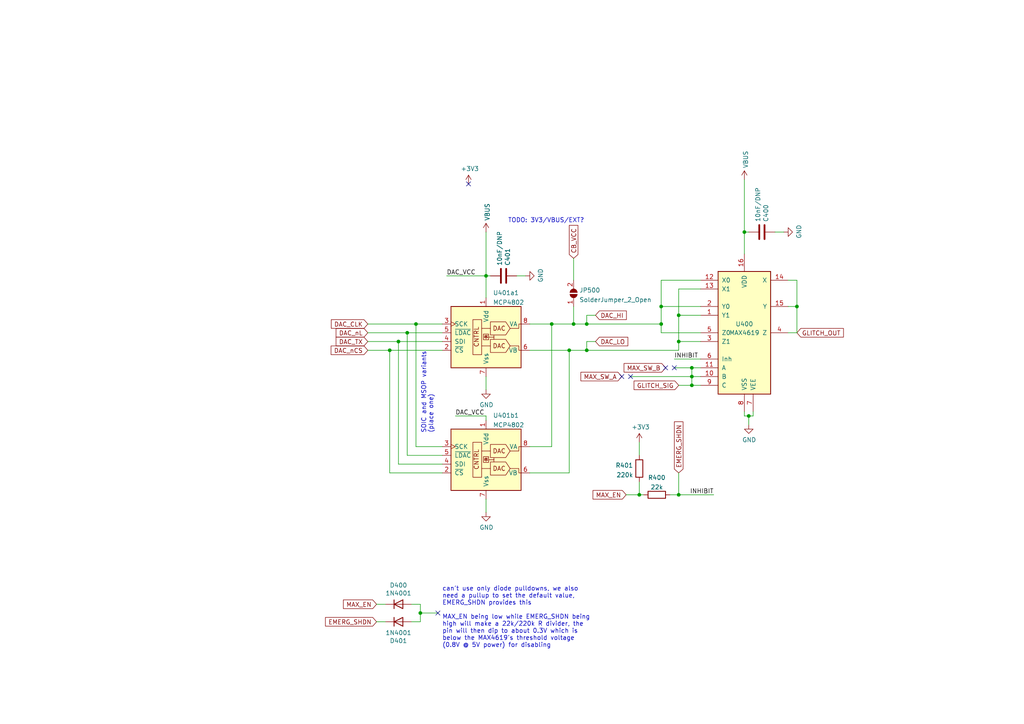
<source format=kicad_sch>
(kicad_sch (version 20211123) (generator eeschema)
  (paper "A4")
  (lib_symbols
    (symbol "4xxx:4053" (pin_names (offset 1.016))
      (property "Reference" "U" (at -7.62 19.05 0))
      (property "Value" "4053" (at -7.62 -19.05 0))
      (symbol "4053_1_0"
        (pin passive line (at -12.7 5.08 0) (length 5.08) (name "Y1") (number "1"))
        (pin input line (at -12.7 -12.7 0) (length 5.08) (name "B") (number "10"))
        (pin input line (at -12.7 -10.16 0) (length 5.08) (name "A") (number "11"))
        (pin passive line (at -12.7 15.24 0) (length 5.08) (name "X0") (number "12"))
        (pin passive line (at -12.7 12.7 0) (length 5.08) (name "X1") (number "13"))
        (pin passive line (at 12.7 15.24 180) (length 5.08) (name "X") (number "14"))
        (pin passive line (at 12.7 7.62 180) (length 5.08) (name "Y") (number "15"))
        (pin power_in line (at 0 22.86 270) (length 5.08) (name "VDD") (number "16"))
        (pin passive line (at -12.7 7.62 0) (length 5.08) (name "Y0") (number "2"))
        (pin passive line (at -12.7 -2.54 0) (length 5.08) (name "Z1") (number "3"))
        (pin passive line (at 12.7 0 180) (length 5.08) (name "Z") (number "4"))
        (pin passive line (at -12.7 0 0) (length 5.08) (name "Z0") (number "5"))
        (pin input line (at -12.7 -7.62 0) (length 5.08) (name "Inh") (number "6"))
        (pin power_in line (at 2.54 -22.86 90) (length 5.08) (name "VEE") (number "7"))
        (pin power_in line (at 0 -22.86 90) (length 5.08) (name "VSS") (number "8"))
        (pin input line (at -12.7 -15.24 0) (length 5.08) (name "C") (number "9"))
      )
      (symbol "4053_1_1"
        (rectangle (start -7.62 17.78) (end 7.62 -17.78) (stroke (width 0.254)) (fill (type background)))
      )
    )
    (symbol "Analog_DAC:MCP4802" (pin_names (offset 1.016))
      (property "Reference" "U" (at -2.54 10.795 0))
      (property "Value" "MCP4802" (at -2.54 8.89 0))
      (symbol "MCP4802_0_0"
        (polyline (pts (xy 0 -1.778) (xy 0 -0.635)))
        (polyline (pts (xy 0.381 -0.889) (xy 0.508 -0.762)))
        (polyline (pts (xy 2.286 -1.143) (xy 2.286 -1.905)))
        (polyline (pts (xy 0.381 -0.889) (xy -0.381 -0.889) (xy -0.508 -1.016)))
        (polyline (pts (xy 0.762 -1.27) (xy 2.286 -1.27) (xy 2.286 -0.762)))
        (polyline (pts (xy 0 -0.889) (xy 0.508 -1.397) (xy -0.508 -1.397) (xy 0 -0.889)))
        (polyline (pts (xy 6.985 -3.81) (xy 9.525 -3.81) (xy 9.525 -5.08) (xy 10.16 -5.08)))
        (polyline (pts (xy 6.985 1.27) (xy 9.525 1.27) (xy 9.525 2.54) (xy 10.16 2.54)))
        (rectangle (start 0.762 -0.381) (end -0.762 -2.032))
        (text "CNTRL" (at -2.032 -4.191 900) (effects (font (size 1.27 1.27)) (justify left bottom)))
        (text "DAC" (at 3.81 -3.81 0) (effects (font (size 1.27 1.27))))
        (text "DAC" (at 3.81 1.27 0) (effects (font (size 1.27 1.27))))
      )
      (symbol "MCP4802_0_1"
        (rectangle (start -10.16 7.62) (end 10.16 -10.16) (stroke (width 0.254)) (fill (type background)))
        (rectangle (start -1.27 -6.35) (end -3.81 3.81))
        (polyline (pts (xy 1.27 -3.81) (xy -1.27 -3.81)))
        (polyline (pts (xy 1.27 1.27) (xy -1.27 1.27)))
        (polyline (pts (xy 6.985 -3.81) (xy 5.715 -1.905) (xy 1.27 -1.905) (xy 1.27 -5.715) (xy 5.715 -5.715) (xy 6.985 -3.81)))
        (polyline (pts (xy 6.985 1.27) (xy 5.715 3.175) (xy 1.27 3.175) (xy 1.27 -0.635) (xy 5.715 -0.635) (xy 6.985 1.27)))
      )
      (symbol "MCP4802_1_1"
        (pin power_in line (at 0 10.16 270) (length 2.54) (name "Vdd") (number "1"))
        (pin input line (at -12.7 -5.08 0) (length 2.54) (name "~{CS}") (number "2"))
        (pin input clock (at -12.7 2.54 0) (length 2.54) (name "SCK") (number "3"))
        (pin input line (at -12.7 -2.54 0) (length 2.54) (name "SDI") (number "4"))
        (pin input line (at -12.7 0 0) (length 2.54) (name "~{LDAC}") (number "5"))
        (pin output line (at 12.7 -5.08 180) (length 2.54) (name "VB") (number "6"))
        (pin power_in line (at 0 -12.7 90) (length 2.54) (name "Vss") (number "7"))
        (pin output line (at 12.7 2.54 180) (length 2.54) (name "VA") (number "8"))
      )
    )
    (symbol "Device:C" (pin_numbers hide) (pin_names (offset 0.254))
      (property "Reference" "C" (at 0.635 2.54 0))
      (property "Value" "C" (at 0.635 -2.54 0))
      (symbol "C_0_1"
        (polyline (pts (xy -2.032 -0.762) (xy 2.032 -0.762)) (stroke (width 0.508)))
        (polyline (pts (xy -2.032 0.762) (xy 2.032 0.762)) (stroke (width 0.508)))
      )
      (symbol "C_1_1"
        (pin passive line (at 0 3.81 270) (length 2.794) (name "~") (number "1"))
        (pin passive line (at 0 -3.81 90) (length 2.794) (name "~") (number "2"))
      )
    )
    (symbol "Device:D" (pin_numbers hide) (pin_names (offset 1.016) hide)
      (property "Reference" "D" (at 0 2.54 0))
      (property "Value" "D" (at 0 -2.54 0))
      (symbol "D_0_1"
        (polyline (pts (xy -1.27 1.27) (xy -1.27 -1.27)) (stroke (width 0.254)))
        (polyline (pts (xy 1.27 0) (xy -1.27 0)))
        (polyline (pts (xy 1.27 1.27) (xy 1.27 -1.27) (xy -1.27 0) (xy 1.27 1.27)) (stroke (width 0.254)))
      )
      (symbol "D_1_1"
        (pin passive line (at -3.81 0 0) (length 2.54) (name "K") (number "1"))
        (pin passive line (at 3.81 0 180) (length 2.54) (name "A") (number "2"))
      )
    )
    (symbol "Device:R" (pin_numbers hide) (pin_names (offset 0))
      (property "Reference" "R" (at 2.032 0 90))
      (property "Value" "R" (at 0 0 90))
      (symbol "R_0_1"
        (rectangle (start -1.016 -2.54) (end 1.016 2.54) (stroke (width 0.254)))
      )
      (symbol "R_1_1"
        (pin passive line (at 0 3.81 270) (length 1.27) (name "~") (number "1"))
        (pin passive line (at 0 -3.81 90) (length 1.27) (name "~") (number "2"))
      )
    )
    (symbol "Jumper:SolderJumper_2_Open" (pin_names (offset 0) hide)
      (property "Reference" "JP" (at 0 2.032 0))
      (property "Value" "SolderJumper_2_Open" (at 0 -2.54 0))
      (symbol "SolderJumper_2_Open_0_1"
        (arc (start -0.254 1.016) (mid -1.27 0) (end -0.254 -1.016))
        (arc (start -0.254 1.016) (mid -1.27 0) (end -0.254 -1.016) (fill (type outline)))
        (polyline (pts (xy -0.254 1.016) (xy -0.254 -1.016)))
        (polyline (pts (xy 0.254 1.016) (xy 0.254 -1.016)))
        (arc (start 0.254 -1.016) (mid 1.27 0) (end 0.254 1.016))
        (arc (start 0.254 -1.016) (mid 1.27 0) (end 0.254 1.016) (fill (type outline)))
      )
      (symbol "SolderJumper_2_Open_1_1"
        (pin passive line (at -3.81 0 0) (length 2.54) (name "A") (number "1"))
        (pin passive line (at 3.81 0 180) (length 2.54) (name "B") (number "2"))
      )
    )
    (symbol "power:+3V3" (power) (pin_names (offset 0))
      (property "Value" "+3V3" (at 0 3.556 0))
      (symbol "+3V3_0_1"
        (polyline (pts (xy -0.762 1.27) (xy 0 2.54)))
        (polyline (pts (xy 0 0) (xy 0 2.54)))
        (polyline (pts (xy 0 2.54) (xy 0.762 1.27)))
      )
      (symbol "+3V3_1_1"
        (pin power_in line (at 0 0 90) (length 0) hide (name "+3V3") (number "1"))
      )
    )
    (symbol "power:GND" (power) (pin_names (offset 0))
      (property "Value" "GND" (at 0 -3.81 0))
      (symbol "GND_0_1"
        (polyline (pts (xy 0 0) (xy 0 -1.27) (xy 1.27 -1.27) (xy 0 -2.54) (xy -1.27 -1.27) (xy 0 -1.27)))
      )
      (symbol "GND_1_1"
        (pin power_in line (at 0 0 270) (length 0) hide (name "GND") (number "1"))
      )
    )
    (symbol "power:VBUS" (power) (pin_names (offset 0))
      (property "Value" "VBUS" (at 0 3.81 0))
      (symbol "VBUS_0_1"
        (polyline (pts (xy -0.762 1.27) (xy 0 2.54)))
        (polyline (pts (xy 0 0) (xy 0 2.54)))
        (polyline (pts (xy 0 2.54) (xy 0.762 1.27)))
      )
      (symbol "VBUS_1_1"
        (pin power_in line (at 0 0 90) (length 0) hide (name "VBUS") (number "1"))
      )
    )
  )
  (junction (at 215.9 67.31))
  (junction (at 166.37 93.98))
  (junction (at 200.66 111.76))
  (junction (at 231.14 88.9))
  (junction (at 170.18 101.6))
  (junction (at 200.66 106.68))
  (junction (at 121.92 177.8))
  (junction (at 196.85 143.51))
  (junction (at 120.65 93.98))
  (junction (at 170.18 93.98))
  (junction (at 113.03 101.6))
  (junction (at 185.42 143.51))
  (junction (at 217.17 120.65))
  (junction (at 115.57 99.06))
  (junction (at 196.85 91.44))
  (junction (at 191.77 93.98))
  (junction (at 165.1 101.6))
  (junction (at 118.11 96.52))
  (junction (at 191.77 88.9))
  (junction (at 140.97 80.01))
  (junction (at 160.02 93.98))
  (junction (at 196.85 99.06))
  (junction (at 200.66 109.22))
  (no_connect (at 180.34 109.22))
  (no_connect (at 182.88 109.22))
  (no_connect (at 193.04 106.68))
  (no_connect (at 195.58 106.68))
  (no_connect (at 135.89 53.34))
  (no_connect (at 127 177.8))
  (wire (pts (xy 191.77 93.98) (xy 191.77 88.9)))
  (wire (pts (xy 120.65 93.98) (xy 128.27 93.98)))
  (wire (pts (xy 170.18 91.44) (xy 172.72 91.44)))
  (wire (pts (xy 160.02 93.98) (xy 160.02 129.54)))
  (wire (pts (xy 106.68 99.06) (xy 115.57 99.06)))
  (wire (pts (xy 128.27 134.62) (xy 115.57 134.62)))
  (wire (pts (xy 111.76 175.26) (xy 109.22 175.26)))
  (wire (pts (xy 218.44 120.65) (xy 218.44 119.38)))
  (wire (pts (xy 200.66 106.68) (xy 200.66 109.22)))
  (wire (pts (xy 153.67 101.6) (xy 165.1 101.6)))
  (wire (pts (xy 170.18 91.44) (xy 170.18 93.98)))
  (wire (pts (xy 140.97 109.22) (xy 140.97 113.03)))
  (wire (pts (xy 196.85 99.06) (xy 203.2 99.06)))
  (wire (pts (xy 166.37 88.9) (xy 166.37 93.98)))
  (wire (pts (xy 115.57 99.06) (xy 115.57 134.62)))
  (wire (pts (xy 119.38 180.34) (xy 121.92 180.34)))
  (wire (pts (xy 200.66 109.22) (xy 200.66 111.76)))
  (wire (pts (xy 231.14 81.28) (xy 228.6 81.28)))
  (wire (pts (xy 172.72 99.06) (xy 170.18 99.06)))
  (wire (pts (xy 200.66 111.76) (xy 203.2 111.76)))
  (wire (pts (xy 181.61 143.51) (xy 185.42 143.51)))
  (wire (pts (xy 194.31 143.51) (xy 196.85 143.51)))
  (wire (pts (xy 196.85 143.51) (xy 207.01 143.51)))
  (wire (pts (xy 191.77 93.98) (xy 191.77 96.52)))
  (wire (pts (xy 217.17 120.65) (xy 218.44 120.65)))
  (wire (pts (xy 215.9 67.31) (xy 217.17 67.31)))
  (wire (pts (xy 160.02 93.98) (xy 166.37 93.98)))
  (wire (pts (xy 195.58 104.14) (xy 203.2 104.14)))
  (wire (pts (xy 191.77 96.52) (xy 203.2 96.52)))
  (wire (pts (xy 165.1 101.6) (xy 165.1 137.16)))
  (wire (pts (xy 121.92 177.8) (xy 127 177.8)))
  (wire (pts (xy 196.85 91.44) (xy 196.85 83.82)))
  (wire (pts (xy 224.79 67.31) (xy 227.33 67.31)))
  (wire (pts (xy 113.03 137.16) (xy 128.27 137.16)))
  (wire (pts (xy 182.88 109.22) (xy 200.66 109.22)))
  (wire (pts (xy 149.86 80.01) (xy 152.4 80.01)))
  (wire (pts (xy 153.67 137.16) (xy 165.1 137.16)))
  (wire (pts (xy 196.85 99.06) (xy 196.85 91.44)))
  (wire (pts (xy 132.08 120.65) (xy 140.97 120.65)))
  (wire (pts (xy 128.27 101.6) (xy 113.03 101.6)))
  (wire (pts (xy 106.68 93.98) (xy 120.65 93.98)))
  (wire (pts (xy 215.9 120.65) (xy 217.17 120.65)))
  (wire (pts (xy 113.03 101.6) (xy 113.03 137.16)))
  (wire (pts (xy 140.97 120.65) (xy 140.97 121.92)))
  (wire (pts (xy 191.77 81.28) (xy 203.2 81.28)))
  (wire (pts (xy 196.85 91.44) (xy 203.2 91.44)))
  (wire (pts (xy 200.66 109.22) (xy 203.2 109.22)))
  (wire (pts (xy 170.18 101.6) (xy 196.85 101.6)))
  (wire (pts (xy 109.22 180.34) (xy 111.76 180.34)))
  (wire (pts (xy 128.27 129.54) (xy 120.65 129.54)))
  (wire (pts (xy 170.18 93.98) (xy 191.77 93.98)))
  (wire (pts (xy 196.85 137.16) (xy 196.85 143.51)))
  (wire (pts (xy 118.11 96.52) (xy 118.11 132.08)))
  (wire (pts (xy 215.9 120.65) (xy 215.9 119.38)))
  (wire (pts (xy 215.9 67.31) (xy 215.9 52.07)))
  (wire (pts (xy 153.67 93.98) (xy 160.02 93.98)))
  (wire (pts (xy 191.77 88.9) (xy 203.2 88.9)))
  (wire (pts (xy 119.38 175.26) (xy 121.92 175.26)))
  (wire (pts (xy 195.58 106.68) (xy 200.66 106.68)))
  (wire (pts (xy 118.11 96.52) (xy 128.27 96.52)))
  (wire (pts (xy 196.85 101.6) (xy 196.85 99.06)))
  (wire (pts (xy 153.67 129.54) (xy 160.02 129.54)))
  (wire (pts (xy 140.97 144.78) (xy 140.97 148.59)))
  (wire (pts (xy 113.03 101.6) (xy 106.68 101.6)))
  (wire (pts (xy 191.77 88.9) (xy 191.77 81.28)))
  (wire (pts (xy 231.14 96.52) (xy 228.6 96.52)))
  (wire (pts (xy 165.1 101.6) (xy 170.18 101.6)))
  (wire (pts (xy 196.85 111.76) (xy 200.66 111.76)))
  (wire (pts (xy 185.42 128.27) (xy 185.42 132.08)))
  (wire (pts (xy 129.54 80.01) (xy 140.97 80.01)))
  (wire (pts (xy 200.66 106.68) (xy 203.2 106.68)))
  (wire (pts (xy 217.17 120.65) (xy 217.17 123.19)))
  (wire (pts (xy 121.92 175.26) (xy 121.92 177.8)))
  (wire (pts (xy 140.97 80.01) (xy 140.97 67.31)))
  (wire (pts (xy 231.14 88.9) (xy 231.14 81.28)))
  (wire (pts (xy 231.14 88.9) (xy 228.6 88.9)))
  (wire (pts (xy 121.92 177.8) (xy 121.92 180.34)))
  (wire (pts (xy 140.97 80.01) (xy 142.24 80.01)))
  (wire (pts (xy 106.68 96.52) (xy 118.11 96.52)))
  (wire (pts (xy 140.97 80.01) (xy 140.97 86.36)))
  (wire (pts (xy 128.27 132.08) (xy 118.11 132.08)))
  (wire (pts (xy 166.37 74.93) (xy 166.37 81.28)))
  (wire (pts (xy 231.14 96.52) (xy 231.14 88.9)))
  (wire (pts (xy 166.37 93.98) (xy 170.18 93.98)))
  (wire (pts (xy 215.9 67.31) (xy 215.9 73.66)))
  (wire (pts (xy 186.69 143.51) (xy 185.42 143.51)))
  (wire (pts (xy 185.42 139.7) (xy 185.42 143.51)))
  (wire (pts (xy 120.65 93.98) (xy 120.65 129.54)))
  (wire (pts (xy 115.57 99.06) (xy 128.27 99.06)))
  (wire (pts (xy 170.18 99.06) (xy 170.18 101.6)))
  (wire (pts (xy 196.85 83.82) (xy 203.2 83.82)))
  (text "can't use only diode pulldowns, we also\nneed a pullup to set the default value,\nEMERG_SHDN provides this\n\nMAX_EN being low while EMERG_SHDN being\nhigh will make a 22k/220k R divider, the\npin will then dip to about 0.3V which is\nbelow the MAX4619's threshold voltage\n(0.8V @ 5V power) for disabling" (at 128.27 187.96 0) (effects (font (size 1.27 1.27)) (justify left bottom)))
  (text "TODO: 3V3/VBUS/EXT?" (at 147.32 64.77 0) (effects (font (size 1.27 1.27)) (justify left bottom)))
  (text "SOIC and MSOP variants\n(place one)" (at 125.73 125.73 90) (effects (font (size 1.27 1.27)) (justify left bottom)))
  (label "INHIBIT" (at 195.58 104.14 0))
  (label "DAC_VCC" (at 132.08 120.65 0))
  (label "DAC_VCC" (at 129.54 80.01 0))
  (label "INHIBIT" (at 207.01 143.51 180))
  (global_label "DAC_nL" (shape input) (at 106.68 96.52 180) (property "Intersheet References" "${INTERSHEET_REFS}" (effects hide)))
  (global_label "EMERG_SHDN" (shape input) (at 109.22 180.34 180) (property "Intersheet References" "${INTERSHEET_REFS}" (effects hide)))
  (global_label "DAC_HI" (shape input) (at 172.72 91.44 0) (property "Intersheet References" "${INTERSHEET_REFS}" (effects hide)))
  (global_label "MAX_EN" (shape input) (at 109.22 175.26 180) (property "Intersheet References" "${INTERSHEET_REFS}" (effects hide)))
  (global_label "EMERG_SHDN" (shape input) (at 196.85 137.16 90) (property "Intersheet References" "${INTERSHEET_REFS}" (effects hide)))
  (global_label "MAX_EN" (shape input) (at 181.61 143.51 180) (property "Intersheet References" "${INTERSHEET_REFS}" (effects hide)))
  (global_label "MAX_SW_B" (shape input) (at 193.04 106.68 180) (property "Intersheet References" "${INTERSHEET_REFS}" (effects hide)))
  (global_label "DAC_LO" (shape input) (at 172.72 99.06 0) (property "Intersheet References" "${INTERSHEET_REFS}" (effects hide)))
  (global_label "GLITCH_SIG" (shape input) (at 196.85 111.76 180) (property "Intersheet References" "${INTERSHEET_REFS}" (effects hide)))
  (global_label "GLITCH_OUT" (shape input) (at 231.14 96.52 0) (property "Intersheet References" "${INTERSHEET_REFS}" (effects hide)))
  (global_label "DAC_CLK" (shape input) (at 106.68 93.98 180) (property "Intersheet References" "${INTERSHEET_REFS}" (effects hide)))
  (global_label "DAC_TX" (shape input) (at 106.68 99.06 180) (property "Intersheet References" "${INTERSHEET_REFS}" (effects hide)))
  (global_label "DAC_nCS" (shape input) (at 106.68 101.6 180) (property "Intersheet References" "${INTERSHEET_REFS}" (effects hide)))
  (global_label "CB_VCC" (shape input) (at 166.37 74.93 90) (property "Intersheet References" "${INTERSHEET_REFS}" (effects hide)))
  (global_label "MAX_SW_A" (shape input) (at 180.34 109.22 180) (property "Intersheet References" "${INTERSHEET_REFS}" (effects hide)))
  (symbol (lib_id "power:VBUS") (at 215.9 52.07 0) (unit 1)
    (property "Reference" "#PWR0156" (effects hide))
    (property "Value" "VBUS" (at 216.281 48.8188 90) (effects (justify left)))
  )
  (symbol (lib_id "4xxx:4053") (at 215.9 96.52 0) (unit 1)
    (property "Reference" "U400" (at 215.9 93.98 0))
    (property "Value" "MAX4619" (at 215.9 96.52 0))
    (property "Footprint" "Package_SO:SO-16_3.9x9.9mm_P1.27mm" (effects hide))
    (property "Datasheet" "http://www.intersil.com/content/dam/Intersil/documents/cd40/cd4051bms-52bms-53bms.pdf" (effects hide))
  )
  (symbol (lib_id "power:GND") (at 217.17 123.19 0) (unit 1)
    (property "Reference" "#PWR0149" (effects hide))
    (property "Value" "GND" (at 217.297 127.5842 0))
  )
  (symbol (lib_id "Device:C") (at 146.05 80.01 270) (mirror x) (unit 1)
    (property "Reference" "C401" (at 147.2184 77.089 0) (effects (justify left)))
    (property "Value" "10nF/DNP" (at 144.907 77.089 0) (effects (justify left)))
    (property "Footprint" "Capacitor_SMD:C_0805_2012Metric_Pad1.18x1.45mm_HandSolder" (effects hide))
  )
  (symbol (lib_id "power:GND") (at 140.97 113.03 0) (unit 1)
    (property "Reference" "#PWR0146" (effects hide))
    (property "Value" "GND" (at 141.097 117.4242 0))
  )
  (symbol (lib_id "Device:C") (at 220.98 67.31 270) (mirror x) (unit 1)
    (property "Reference" "C400" (at 222.1484 64.389 0) (effects (justify left)))
    (property "Value" "10nF/DNP" (at 219.837 64.389 0) (effects (justify left)))
    (property "Footprint" "Capacitor_SMD:C_0805_2012Metric_Pad1.18x1.45mm_HandSolder" (effects hide))
  )
  (symbol (lib_id "power:+3V3") (at 135.89 53.34 0) (unit 1)
    (property "Reference" "#PWR0144" (effects hide))
    (property "Value" "+3V3" (at 136.271 48.9458 0))
  )
  (symbol (lib_id "power:GND") (at 152.4 80.01 90) (unit 1)
    (property "Reference" "#PWR0145" (effects hide))
    (property "Value" "GND" (at 156.7942 79.883 0))
  )
  (symbol (lib_id "power:GND") (at 140.97 148.59 0) (unit 1)
    (property "Reference" "#PWR0147" (effects hide))
    (property "Value" "GND" (at 141.097 152.9842 0))
  )
  (symbol (lib_id "Analog_DAC:MCP4802") (at 140.97 96.52 0) (unit 1)
    (property "Reference" "U401a1" (at 142.9894 84.9335 0) (effects (justify left)))
    (property "Value" "MCP4802" (at 142.9894 87.7086 0) (effects (justify left)))
    (property "Footprint" "Package_SO:SOIC-8_3.9x4.9mm_P1.27mm" (effects hide))
    (property "Datasheet" "http://ww1.microchip.com/downloads/en/DeviceDoc/20002249B.pdf" (effects hide))
  )
  (symbol (lib_id "Device:R") (at 190.5 143.51 90) (unit 1)
    (property "Reference" "R400" (at 190.5 138.5275 90))
    (property "Value" "22k" (at 190.5 141.3026 90))
    (property "Footprint" "Resistor_SMD:R_0805_2012Metric_Pad1.20x1.40mm_HandSolder" (effects hide))
  )
  (symbol (lib_id "Analog_DAC:MCP4802") (at 140.97 132.08 0) (unit 1) (in_bom no)
    (property "Reference" "U401b1" (at 142.9894 120.4935 0) (effects (justify left)))
    (property "Value" "MCP4802" (at 142.9894 123.2686 0) (effects (justify left)))
    (property "Footprint" "Package_SO:MSOP-8_3x3mm_P0.65mm" (effects hide))
    (property "Datasheet" "http://ww1.microchip.com/downloads/en/DeviceDoc/20002249B.pdf" (effects hide))
  )
  (symbol (lib_id "power:+3V3") (at 185.42 128.27 0) (unit 1)
    (property "Reference" "#PWR0161" (effects hide))
    (property "Value" "+3V3" (at 185.801 123.8758 0))
  )
  (symbol (lib_id "Device:R") (at 185.42 135.89 0) (mirror x) (unit 1)
    (property "Reference" "R401" (at 183.642 134.9815 0) (effects (justify right)))
    (property "Value" "220k" (at 183.642 137.7566 0) (effects (justify right)))
    (property "Footprint" "Resistor_SMD:R_0805_2012Metric_Pad1.20x1.40mm_HandSolder" (effects hide))
  )
  (symbol (lib_id "Jumper:SolderJumper_2_Open") (at 166.37 85.09 90) (unit 1)
    (property "Reference" "JP500" (at 168.021 84.1815 90) (effects (justify right)))
    (property "Value" "SolderJumper_2_Open" (at 168.021 86.9566 90) (effects (justify right)))
    (property "Footprint" "Jumper:SolderJumper-2_P1.3mm_Open_RoundedPad1.0x1.5mm" (effects hide))
  )
  (symbol (lib_id "power:VBUS") (at 140.97 67.31 0) (unit 1)
    (property "Reference" "#PWR0158" (effects hide))
    (property "Value" "VBUS" (at 141.351 64.0588 90) (effects (justify left)))
  )
  (symbol (lib_id "power:GND") (at 227.33 67.31 90) (unit 1)
    (property "Reference" "#PWR0160" (effects hide))
    (property "Value" "GND" (at 231.7242 67.183 0))
  )
  (symbol (lib_id "Device:D") (at 115.57 175.26 0) (unit 1) (in_bom no) (on_board no)
    (property "Reference" "D400" (at 115.57 169.7482 0))
    (property "Value" "1N4001" (at 115.57 172.0596 0))
    (property "Footprint" "Diode_SMD:D_SOD-123" (effects hide))
  )
  (symbol (lib_id "Device:D") (at 115.57 180.34 0) (mirror x) (unit 1) (in_bom no) (on_board no)
    (property "Reference" "D401" (at 115.57 185.8518 0))
    (property "Value" "1N4001" (at 115.57 183.5404 0))
    (property "Footprint" "Diode_SMD:D_SOD-123" (effects hide))
  )
)
</source>
